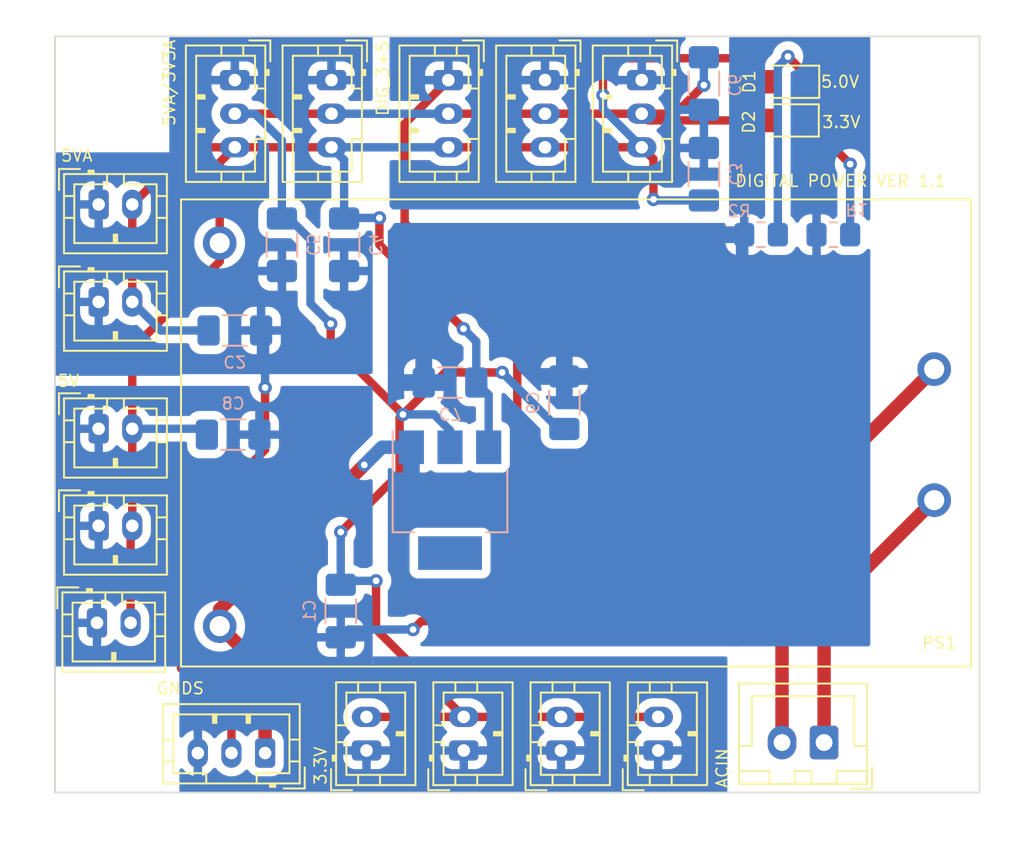
<source format=kicad_pcb>
(kicad_pcb (version 20221018) (generator pcbnew)
  (layers (0 "F.Cu" signal) (31 "B.Cu" signal) (34 "B.Paste" user) (35 "F.Paste" user) (36 "B.SilkS" user "B.Silkscreen") (37 "F.SilkS" user "F.Silkscreen") (38 "B.Mask" user) (39 "F.Mask" user) (44 "Edge.Cuts" user))
  (net 0 "")
  (net 1 "5V")
  (net 2 "VNEG")
  (net 3 "VIN")
  (net 4 "3V3")
  (net 5 "Net-(D1-K)")
  (net 6 "Net-(D2-K)")
  (net 7 "AGND")
  (net 8 "GND")
  (net 9 "PGND")
  (footprint "Connector_JST:JST_PH_B2B-PH-K_1x02_P2.00mm_Vertical" (layer "F.Cu") (at 132.5 104.9)
    (fp_text reference "DIG1" hide)
    (fp_text value "Conn_01x02_Male")
    (pad "1" thru_hole roundrect (at 0 0) (size 1.2 1.75) (drill 0.75) (layers "*.Cu" "*.Mask") (roundrect_rratio 0.2083333333) (net 8 "GND"))
    (pad "2" thru_hole oval (at 2 0) (size 1.2 1.75) (drill 0.75) (layers "*.Cu" "*.Mask") (net 1 "5V"))
  )
  (footprint "LED_SMD:LED_0805_2012Metric_Pad1.15x1.40mm_HandSolder" (layer "F.Cu") (at 173.575 75 180)
    (fp_text reference "D2" (at 2.3 -0.1 90 unlocked) (layer "F.SilkS") (effects (font (size 0.7 0.7) (thickness 0.1))))
    (fp_text value "WHITE")
    (pad "1" smd roundrect (at -1.025 0 180) (size 1.15 1.4) (layers "F.Cu" "F.Paste" "F.Mask") (roundrect_rratio 0.2173913043) (net 6 "Net-(D2-K)"))
    (pad "2" smd roundrect (at 1.025 0 180) (size 1.15 1.4) (layers "F.Cu" "F.Paste" "F.Mask") (roundrect_rratio 0.2173913043) (net 4 "3V3"))
  )
  (footprint "MountingHole:MountingHole_3.2mm_M3" (layer "F.Cu") (at 182.5 72.5)
    (fp_text reference "H1" hide)
    (fp_text value "MountingHole")
    (pad "" np_thru_hole circle (at 0 0) (size 3.2 3.2) (drill 3.2) (layers "*.Cu" "*.Mask"))
  )
  (footprint "MountingHole:MountingHole_3.2mm_M3" (layer "F.Cu") (at 132.5 112.5)
    (fp_text reference "H2" hide)
    (fp_text value "MountingHole")
    (pad "" np_thru_hole circle (at 0 0) (size 3.2 3.2) (drill 3.2) (layers "*.Cu" "*.Mask"))
  )
  (footprint "Connector_JST:JST_PH_B3B-PH-K_1x03_P2.00mm_Vertical" (layer "F.Cu") (at 153.4 72.6 -90)
    (fp_text reference "ANAL4" hide)
    (fp_text value "Conn_01x03_Male")
    (pad "1" thru_hole roundrect (at 0 0 270) (size 1.2 1.75) (drill 0.75) (layers "*.Cu" "*.Mask") (roundrect_rratio 0.2083333333) (net 8 "GND"))
    (pad "2" thru_hole oval (at 2 0 270) (size 1.2 1.75) (drill 0.75) (layers "*.Cu" "*.Mask") (net 4 "3V3"))
    (pad "3" thru_hole oval (at 4 0 270) (size 1.2 1.75) (drill 0.75) (layers "*.Cu" "*.Mask") (net 1 "5V"))
  )
  (footprint "Connector_JST:JST_PH_B3B-PH-K_1x03_P2.00mm_Vertical" (layer "F.Cu") (at 140.7 72.6 -90)
    (fp_text reference "ANAL3" hide)
    (fp_text value "Conn_01x03_Male")
    (pad "1" thru_hole roundrect (at 0 0 270) (size 1.2 1.75) (drill 0.75) (layers "*.Cu" "*.Mask") (roundrect_rratio 0.2083333333) (net 7 "AGND"))
    (pad "2" thru_hole oval (at 2 0 270) (size 1.2 1.75) (drill 0.75) (layers "*.Cu" "*.Mask") (net 4 "3V3"))
    (pad "3" thru_hole oval (at 4 0 270) (size 1.2 1.75) (drill 0.75) (layers "*.Cu" "*.Mask") (net 1 "5V"))
  )
  (footprint "Connector_JST:JST_PH_B2B-PH-K_1x02_P2.00mm_Vertical" (layer "F.Cu") (at 132.6 93.35)
    (fp_text reference "DIG5" hide)
    (fp_text value "Conn_01x02_Male")
    (pad "1" thru_hole roundrect (at 0 0) (size 1.2 1.75) (drill 0.75) (layers "*.Cu" "*.Mask") (roundrect_rratio 0.2083333333) (net 8 "GND"))
    (pad "2" thru_hole oval (at 2 0) (size 1.2 1.75) (drill 0.75) (layers "*.Cu" "*.Mask") (net 1 "5V"))
  )
  (footprint "Connector_JST:JST_PH_B2B-PH-K_1x02_P2.00mm_Vertical" (layer "F.Cu") (at 165.883334 112.5 90)
    (fp_text reference "DIG2" hide)
    (fp_text value "Conn_01x02_Male")
    (pad "1" thru_hole roundrect (at 0 0 90) (size 1.2 1.75) (drill 0.75) (layers "*.Cu" "*.Mask") (roundrect_rratio 0.2083333333) (net 8 "GND"))
    (pad "2" thru_hole oval (at 2 0 90) (size 1.2 1.75) (drill 0.75) (layers "*.Cu" "*.Mask") (net 4 "3V3"))
  )
  (footprint "Connector_JST:JST_PH_B3B-PH-K_1x03_P2.00mm_Vertical" (layer "F.Cu") (at 164.9 72.6 -90)
    (fp_text reference "ANAL7" hide)
    (fp_text value "Conn_01x03_Male")
    (pad "1" thru_hole roundrect (at 0 0 270) (size 1.2 1.75) (drill 0.75) (layers "*.Cu" "*.Mask") (roundrect_rratio 0.2083333333) (net 8 "GND"))
    (pad "2" thru_hole oval (at 2 0 270) (size 1.2 1.75) (drill 0.75) (layers "*.Cu" "*.Mask") (net 4 "3V3"))
    (pad "3" thru_hole oval (at 4 0 270) (size 1.2 1.75) (drill 0.75) (layers "*.Cu" "*.Mask") (net 1 "5V"))
  )
  (footprint "LED_SMD:LED_0805_2012Metric_Pad1.15x1.40mm_HandSolder" (layer "F.Cu") (at 173.6 72.7 180)
    (fp_text reference "D1" (at 2.3 0 90 unlocked) (layer "F.SilkS") (effects (font (size 0.7 0.7) (thickness 0.1))))
    (fp_text value "BLUE")
    (pad "1" smd roundrect (at -1.025 0 180) (size 1.15 1.4) (layers "F.Cu" "F.Paste" "F.Mask") (roundrect_rratio 0.2173913043) (net 5 "Net-(D1-K)"))
    (pad "2" smd roundrect (at 1.025 0 180) (size 1.15 1.4) (layers "F.Cu" "F.Paste" "F.Mask") (roundrect_rratio 0.2173913043) (net 1 "5V"))
  )
  (footprint "MountingHole:MountingHole_3.2mm_M3" (layer "F.Cu") (at 132.5 72.5)
    (fp_text reference "H4" hide)
    (fp_text value "MountingHole")
    (pad "" np_thru_hole circle (at 0 0) (size 3.2 3.2) (drill 3.2) (layers "*.Cu" "*.Mask"))
  )
  (footprint "Connector_JST:JST_PH_B3B-PH-K_1x03_P2.00mm_Vertical" (layer "F.Cu") (at 142.5 112.65 180)
    (fp_text reference "J2" hide)
    (fp_text value "Conn_01x03_Male")
    (pad "1" thru_hole roundrect (at 0 0 180) (size 1.2 1.75) (drill 0.75) (layers "*.Cu" "*.Mask") (roundrect_rratio 0.2083333333) (net 9 "PGND"))
    (pad "2" thru_hole oval (at 2 0 180) (size 1.2 1.75) (drill 0.75) (layers "*.Cu" "*.Mask") (net 7 "AGND"))
    (pad "3" thru_hole oval (at 4 0 180) (size 1.2 1.75) (drill 0.75) (layers "*.Cu" "*.Mask") (net 8 "GND"))
  )
  (footprint "Connector_JST:JST_PH_B3B-PH-K_1x03_P2.00mm_Vertical" (layer "F.Cu") (at 146.45 72.6 -90)
    (fp_text reference "ANAL2" hide)
    (fp_text value "Conn_01x03_Male")
    (pad "1" thru_hole roundrect (at 0 0 270) (size 1.2 1.75) (drill 0.75) (layers "*.Cu" "*.Mask") (roundrect_rratio 0.2083333333) (net 7 "AGND"))
    (pad "2" thru_hole oval (at 2 0 270) (size 1.2 1.75) (drill 0.75) (layers "*.Cu" "*.Mask") (net 4 "3V3"))
    (pad "3" thru_hole oval (at 4 0 270) (size 1.2 1.75) (drill 0.75) (layers "*.Cu" "*.Mask") (net 1 "5V"))
  )
  (footprint "Connector_JST:JST_PH_B2B-PH-K_1x02_P2.00mm_Vertical" (layer "F.Cu") (at 148.533334 112.5 90)
    (fp_text reference "DIG7" hide)
    (fp_text value "Conn_01x02_Male")
    (pad "1" thru_hole roundrect (at 0 0 90) (size 1.2 1.75) (drill 0.75) (layers "*.Cu" "*.Mask") (roundrect_rratio 0.2083333333) (net 8 "GND"))
    (pad "2" thru_hole oval (at 2 0 90) (size 1.2 1.75) (drill 0.75) (layers "*.Cu" "*.Mask") (net 4 "3V3"))
  )
  (footprint "Connector_JST:JST_PH_B2B-PH-K_1x02_P2.00mm_Vertical" (layer "F.Cu") (at 132.6 99.125)
    (fp_text reference "DIG3" hide)
    (fp_text value "Conn_01x02_Male")
    (pad "1" thru_hole roundrect (at 0 0) (size 1.2 1.75) (drill 0.75) (layers "*.Cu" "*.Mask") (roundrect_rratio 0.2083333333) (net 8 "GND"))
    (pad "2" thru_hole oval (at 2 0) (size 1.2 1.75) (drill 0.75) (layers "*.Cu" "*.Mask") (net 1 "5V"))
  )
  (footprint "Connector_JST:JST_PH_B2B-PH-K_1x02_P2.00mm_Vertical" (layer "F.Cu") (at 154.316667 112.5 90)
    (fp_text reference "DIG6" hide)
    (fp_text value "Conn_01x02_Male")
    (pad "1" thru_hole roundrect (at 0 0 90) (size 1.2 1.75) (drill 0.75) (layers "*.Cu" "*.Mask") (roundrect_rratio 0.2083333333) (net 8 "GND"))
    (pad "2" thru_hole oval (at 2 0 90) (size 1.2 1.75) (drill 0.75) (layers "*.Cu" "*.Mask") (net 4 "3V3"))
  )
  (footprint "Connector_JST:JST_PH_B2B-PH-K_1x02_P2.00mm_Vertical" (layer "F.Cu") (at 132.6 85.8)
    (fp_text reference "ANAL6" hide)
    (fp_text value "Conn_01x02_Male")
    (pad "1" thru_hole roundrect (at 0 0) (size 1.2 1.75) (drill 0.75) (layers "*.Cu" "*.Mask") (roundrect_rratio 0.2083333333) (net 7 "AGND"))
    (pad "2" thru_hole oval (at 2 0) (size 1.2 1.75) (drill 0.75) (layers "*.Cu" "*.Mask") (net 1 "5V"))
  )
  (footprint "Connector_JST:JST_XH_B2B-XH-A_1x02_P2.50mm_Vertical" (layer "F.Cu") (at 175.75 112.025 180)
    (fp_text reference "J1" hide)
    (fp_text value "Conn_01x02_Male" hide)
    (pad "1" thru_hole roundrect (at 0 0 180) (size 1.7 2) (drill 1) (layers "*.Cu" "*.Mask") (roundrect_rratio 0.1470588235) (net 3 "VIN"))
    (pad "2" thru_hole oval (at 2.5 0 180) (size 1.7 2) (drill 1) (layers "*.Cu" "*.Mask") (net 2 "VNEG"))
  )
  (footprint "Connector_JST:JST_PH_B3B-PH-K_1x03_P2.00mm_Vertical" (layer "F.Cu") (at 159.15 72.6 -90)
    (fp_text reference "ANAL5" hide)
    (fp_text value "Conn_01x03_Male")
    (pad "1" thru_hole roundrect (at 0 0 270) (size 1.2 1.75) (drill 0.75) (layers "*.Cu" "*.Mask") (roundrect_rratio 0.2083333333) (net 8 "GND"))
    (pad "2" thru_hole oval (at 2 0 270) (size 1.2 1.75) (drill 0.75) (layers "*.Cu" "*.Mask") (net 4 "3V3"))
    (pad "3" thru_hole oval (at 4 0 270) (size 1.2 1.75) (drill 0.75) (layers "*.Cu" "*.Mask") (net 1 "5V"))
  )
  (footprint "Connector_JST:JST_PH_B2B-PH-K_1x02_P2.00mm_Vertical" (layer "F.Cu") (at 132.6 80)
    (fp_text reference "ANAL1" hide)
    (fp_text value "Conn_01x02_Male")
    (pad "1" thru_hole roundrect (at 0 0) (size 1.2 1.75) (drill 0.75) (layers "*.Cu" "*.Mask") (roundrect_rratio 0.2083333333) (net 7 "AGND"))
    (pad "2" thru_hole oval (at 2 0) (size 1.2 1.75) (drill 0.75) (layers "*.Cu" "*.Mask") (net 1 "5V"))
  )
  (footprint "MountingHole:MountingHole_3.2mm_M3" (layer "F.Cu") (at 182.5 112.5)
    (fp_text reference "H3" hide)
    (fp_text value "MountingHole")
    (pad "" np_thru_hole circle (at 0 0) (size 3.2 3.2) (drill 3.2) (layers "*.Cu" "*.Mask"))
  )
  (footprint "Components:HLK-10M05" (layer "F.Cu") (at 160 95.4 180)
    (fp_text reference "PS1" (at -22.6 -10.7 unlocked) (layer "F.SilkS") (effects (font (size 0.7 0.7) (thickness 0.1))))
    (fp_text value "HLK-10M05")
    (pad "1" thru_hole circle (at -22.3 -2.2 180) (size 2 2) (drill 1.2) (layers "*.Cu" "*.Mask") (net 3 "VIN"))
    (pad "2" thru_hole circle (at -22.3 5.6 180) (size 2 2) (drill 1.2) (layers "*.Cu" "*.Mask") (net 2 "VNEG"))
    (pad "3" thru_hole circle (at 20.2 -9.7 180) (size 2 2) (drill 1.2) (layers "*.Cu" "*.Mask") (net 9 "PGND"))
    (pad "4" thru_hole circle (at 20.2 13.1 180) (size 2 2) (drill 1.2) (layers "*.Cu" "*.Mask") (net 1 "5V"))
  )
  (footprint "Connector_JST:JST_PH_B2B-PH-K_1x02_P2.00mm_Vertical" (layer "F.Cu") (at 160.1 112.5 90)
    (fp_text reference "DIG4" hide)
    (fp_text value "Conn_01x02_Male")
    (pad "1" thru_hole roundrect (at 0 0 90) (size 1.2 1.75) (drill 0.75) (layers "*.Cu" "*.Mask") (roundrect_rratio 0.2083333333) (net 8 "GND"))
    (pad "2" thru_hole oval (at 2 0 90) (size 1.2 1.75) (drill 0.75) (layers "*.Cu" "*.Mask") (net 4 "3V3"))
  )
  (footprint "Capacitor_SMD:C_1206_3216Metric_Pad1.33x1.80mm_HandSolder" (layer "B.Cu") (at 147.2 82.4 90)
    (fp_text reference "C4" (at 0 1.85 -90 unlocked) (layer "B.SilkS") (effects (font (size 0.7 0.7) (thickness 0.1)) (justify mirror)))
    (fp_text value "10u")
    (pad "1" smd roundrect (at -1.5625 0 90) (size 1.325 1.8) (layers "B.Cu" "B.Paste" "B.Mask") (roundrect_rratio 0.1886792453) (net 7 "AGND"))
    (pad "2" smd roundrect (at 1.5625 0 90) (size 1.325 1.8) (layers "B.Cu" "B.Paste" "B.Mask") (roundrect_rratio 0.1886792453) (net 1 "5V"))
  )
  (footprint "Package_TO_SOT_SMD:SOT-223" (layer "B.Cu") (at 153.5 97.6 -90)
    (fp_text reference "U1" hide)
    (fp_text value "AZ1117-3.3")
    (pad "1" smd rect (at -3.15 2.3 270) (size 2 1.5) (layers "B.Cu" "B.Paste" "B.Mask") (net 9 "PGND"))
    (pad "2" smd rect (at -3.15 0 270) (size 2 1.5) (layers "B.Cu" "B.Paste" "B.Mask") (net 4 "3V3"))
    (pad "3" smd rect (at -3.15 -2.3 270) (size 2 1.5) (layers "B.Cu" "B.Paste" "B.Mask") (net 1 "5V"))
    (pad "4" smd rect (at 3.15 0 270) (size 2 3.8) (layers "B.Cu" "B.Paste" "B.Mask"))
  )
  (footprint "Resistor_SMD:R_0805_2012Metric_Pad1.20x1.40mm_HandSolder" (layer "B.Cu") (at 176.3 81.8 180)
    (fp_text reference "R1" (at -1.4 1.5 180 unlocked) (layer "B.SilkS") (effects (font (size 0.7 0.7) (thickness 0.1)) (justify mirror)))
    (fp_text value "510R")
    (pad "1" smd roundrect (at -1 0 180) (size 1.2 1.4) (layers "B.Cu" "B.Paste" "B.Mask") (roundrect_rratio 0.2083333333) (net 6 "Net-(D2-K)"))
    (pad "2" smd roundrect (at 1 0 180) (size 1.2 1.4) (layers "B.Cu" "B.Paste" "B.Mask") (roundrect_rratio 0.2083333333) (net 9 "PGND"))
  )
  (footprint "Capacitor_SMD:C_1206_3216Metric_Pad1.33x1.80mm_HandSolder" (layer "B.Cu") (at 168.6 78.2 90)
    (fp_text reference "C3" (at 0 1.85 270 unlocked) (layer "B.SilkS") (effects (font (size 0.7 0.7) (thickness 0.1)) (justify mirror)))
    (fp_text value "10U")
    (pad "1" smd roundrect (at -1.5625 0 90) (size 1.325 1.8) (layers "B.Cu" "B.Paste" "B.Mask") (roundrect_rratio 0.1886792453) (net 1 "5V"))
    (pad "2" smd roundrect (at 1.5625 0 90) (size 1.325 1.8) (layers "B.Cu" "B.Paste" "B.Mask") (roundrect_rratio 0.1886792453) (net 8 "GND"))
  )
  (footprint "Capacitor_SMD:C_1206_3216Metric_Pad1.33x1.80mm_HandSolder" (layer "B.Cu") (at 153.5 90.6)
    (fp_text reference "C7" (at 0 1.85 180 unlocked) (layer "B.SilkS") (effects (font (size 0.7 0.7) (thickness 0.1)) (justify mirror)))
    (fp_text value "10u")
    (pad "1" smd roundrect (at -1.5625 0) (size 1.325 1.8) (layers "B.Cu" "B.Paste" "B.Mask") (roundrect_rratio 0.1886792453) (net 9 "PGND"))
    (pad "2" smd roundrect (at 1.5625 0) (size 1.325 1.8) (layers "B.Cu" "B.Paste" "B.Mask") (roundrect_rratio 0.1886792453) (net 1 "5V"))
  )
  (footprint "Capacitor_SMD:C_1206_3216Metric_Pad1.33x1.80mm_HandSolder" (layer "B.Cu") (at 168.6 72.8 -90)
    (fp_text reference "C6" (at 0.1 -1.8 -90 unlocked) (layer "B.SilkS") (effects (font (size 0.7 0.7) (thickness 0.1)) (justify mirror)))
    (fp_text value "10U")
    (pad "1" smd roundrect (at -1.5625 0 270) (size 1.325 1.8) (layers "B.Cu" "B.Paste" "B.Mask") (roundrect_rratio 0.1886792453) (net 4 "3V3"))
    (pad "2" smd roundrect (at 1.5625 0 270) (size 1.325 1.8) (layers "B.Cu" "B.Paste" "B.Mask") (roundrect_rratio 0.1886792453) (net 8 "GND"))
  )
  (footprint "Capacitor_SMD:C_1206_3216Metric_Pad1.33x1.80mm_HandSolder" (layer "B.Cu") (at 160.3 91.8 -90)
    (fp_text reference "C9" (at 0 1.85 -270 unlocked) (layer "B.SilkS") (effects (font (size 0.7 0.7) (thickness 0.1)) (justify mirror)))
    (fp_text value "10u")
    (pad "1" smd roundrect (at -1.5625 0 270) (size 1.325 1.8) (layers "B.Cu" "B.Paste" "B.Mask") (roundrect_rratio 0.1886792453) (net 9 "PGND"))
    (pad "2" smd roundrect (at 1.5625 0 270) (size 1.325 1.8) (layers "B.Cu" "B.Paste" "B.Mask") (roundrect_rratio 0.1886792453) (net 4 "3V3"))
  )
  (footprint "Capacitor_SMD:C_1206_3216Metric_Pad1.33x1.80mm_HandSolder" (layer "B.Cu") (at 140.6 93.7 180)
    (fp_text reference "C8" (at 0 1.85 unlocked) (layer "B.SilkS") (effects (font (size 0.7 0.7) (thickness 0.1)) (justify mirror)))
    (fp_text value "10u")
    (pad "1" smd roundrect (at -1.5625 0 180) (size 1.325 1.8) (layers "B.Cu" "B.Paste" "B.Mask") (roundrect_rratio 0.1886792453) (net 8 "GND"))
    (pad "2" smd roundrect (at 1.5625 0 180) (size 1.325 1.8) (layers "B.Cu" "B.Paste" "B.Mask") (roundrect_rratio 0.1886792453) (net 1 "5V"))
  )
  (footprint "Capacitor_SMD:C_1206_3216Metric_Pad1.33x1.80mm_HandSolder" (layer "B.Cu") (at 147 104.2 -90)
    (fp_text reference "C1" (at 0 1.85 90 unlocked) (layer "B.SilkS") (effects (font (size 0.7 0.7) (thickness 0.1)) (justify mirror)))
    (fp_text value "10U")
    (pad "1" smd roundrect (at -1.5625 0 270) (size 1.325 1.8) (layers "B.Cu" "B.Paste" "B.Mask") (roundrect_rratio 0.1886792453) (net 4 "3V3"))
    (pad "2" smd roundrect (at 1.5625 0 270) (size 1.325 1.8) (layers "B.Cu" "B.Paste" "B.Mask") (roundrect_rratio 0.1886792453) (net 8 "GND"))
  )
  (footprint "Capacitor_SMD:C_1206_3216Metric_Pad1.33x1.80mm_HandSolder" (layer "B.Cu") (at 143.5 82.4 90)
    (fp_text reference "C5" (at 0 1.85 -90 unlocked) (layer "B.SilkS") (effects (font (size 0.7 0.7) (thickness 0.1)) (justify mirror)))
    (fp_text value "10u")
    (pad "1" smd roundrect (at -1.5625 0 90) (size 1.325 1.8) (layers "B.Cu" "B.Paste" "B.Mask") (roundrect_rratio 0.1886792453) (net 7 "AGND"))
    (pad "2" smd roundrect (at 1.5625 0 90) (size 1.325 1.8) (layers "B.Cu" "B.Paste" "B.Mask") (roundrect_rratio 0.1886792453) (net 4 "3V3"))
  )
  (footprint "Capacitor_SMD:C_1206_3216Metric_Pad1.33x1.80mm_HandSolder" (layer "B.Cu") (at 140.7 87.5)
    (fp_text reference "C2" (at 0 1.85 180 unlocked) (layer "B.SilkS") (effects (font (size 0.7 0.7) (thickness 0.1)) (justify mirror)))
    (fp_text value "10U")
    (pad "1" smd roundrect (at -1.5625 0) (size 1.325 1.8) (layers "B.Cu" "B.Paste" "B.Mask") (roundrect_rratio 0.1886792453) (net 1 "5V"))
    (pad "2" smd roundrect (at 1.5625 0) (size 1.325 1.8) (layers "B.Cu" "B.Paste" "B.Mask") (roundrect_rratio 0.1886792453) (net 7 "AGND"))
  )
  (footprint "Resistor_SMD:R_0805_2012Metric_Pad1.20x1.40mm_HandSolder" (layer "B.Cu") (at 172 81.8 180)
    (fp_text reference "R2" (at 1.3 1.4 unlocked) (layer "B.SilkS") (effects (font (size 0.7 0.7) (thickness 0.1)) (justify mirror)))
    (fp_text value "750R")
    (pad "1" smd roundrect (at -1 0 180) (size 1.2 1.4) (layers "B.Cu" "B.Paste" "B.Mask") (roundrect_rratio 0.2083333333) (net 5 "Net-(D1-K)"))
    (pad "2" smd roundrect (at 1 0 180) (size 1.2 1.4) (layers "B.Cu" "B.Paste" "B.Mask") (roundrect_rratio 0.2083333333) (net 9 "PGND"))
  )
  (gr_line (start 132.5 115) (end 130 115) (stroke (width 0.1)) (layer "Edge.Cuts"))
  (gr_line (start 185 115) (end 132.5 115) (stroke (width 0.1)) (layer "Edge.Cuts"))
  (gr_line (start 132.5 70) (end 185 70) (stroke (width 0.1)) (layer "Edge.Cuts"))
  (gr_line (start 130 70) (end 132.5 70) (stroke (width 0.1)) (layer "Edge.Cuts"))
  (gr_line (start 130 70) (end 130 115) (stroke (width 0.1)) (layer "Edge.Cuts"))
  (gr_line (start 185 70) (end 185 115) (stroke (width 0.1)) (layer "Edge.Cuts"))
  (gr_text "5VA/3V3A" (at 136.8 75.4 90) (layer "F.SilkS") (effects (font (size 0.7 0.7) (thickness 0.1)) (justify left)))
  (gr_text "ACIN" (at 169.7 114.8 90) (layer "F.SilkS") (effects (font (size 0.7 0.7) (thickness 0.1)) (justify left)))
  (gr_text "3.3V\n" (at 145.8 114.6 90) (layer "F.SilkS") (effects (font (size 0.7 0.7) (thickness 0.1)) (justify left)))
  (gr_text "5.0V" (at 177.9 72.7) (layer "F.SilkS") (effects (font (size 0.7 0.7) (thickness 0.1)) (justify right)))
  (gr_text "DIGITAL POWER VER 1.1" (at 170.4 78.6) (layer "F.SilkS") (effects (font (size 0.7 0.7) (thickness 0.1)) (justify left)))
  (gr_text "3.3V" (at 177.975 75.1) (layer "F.SilkS") (effects (font (size 0.7 0.7) (thickness 0.1)) (justify right)))
  (gr_text "5V" (at 130.1 90.5) (layer "F.SilkS") (effects (font (size 0.7 0.7) (thickness 0.1)) (justify left)))
  (gr_text "GNDS\n" (at 136 108.8) (layer "F.SilkS") (effects (font (size 0.7 0.7) (thickness 0.1)) (justify left)))
  (gr_text "DIG_3+5" (at 149.5 70.2 90) (layer "F.SilkS") (effects (font (size 0.7 0.7) (thickness 0.1)) (justify right)))
  (gr_text "5VA" (at 130.3 77.1) (layer "F.SilkS") (effects (font (size 0.7 0.7) (thickness 0.1)) (justify left)))
  (segment (start 165.6 77.3) (end 164.9 76.6) (width 0.5) (layer "F.Cu") (net 1))
  (segment (start 163 71.3) (end 162.6 71.7) (width 0.5) (layer "F.Cu") (net 1))
  (segment (start 139.8 82.3) (end 139.8 83.4) (width 0.5) (layer "F.Cu") (net 1))
  (segment (start 165.6 79.7) (end 165.6 77.3) (width 0.5) (layer "F.Cu") (net 1))
  (segment (start 134.6 85.8) (end 134.6 80) (width 0.5) (layer "F.Cu") (net 1))
  (segment (start 139.8 77.5) (end 139.8 82.3) (width 0.5) (layer "F.Cu") (net 1))
  (segment (start 149.3 82.4) (end 149.3 80.8) (width 0.5) (layer "F.Cu") (net 1))
  (segment (start 138 76.6) (end 140.7 76.6) (width 0.5) (layer "F.Cu") (net 1))
  (segment (start 134.5 99.225) (end 134.6 99.125) (width 0.5) (layer "F.Cu") (net 1))
  (segment (start 154.3 87.4) (end 149.3 82.4) (width 0.5) (layer "F.Cu") (net 1))
  (segment (start 140.7 76.6) (end 139.8 77.5) (width 0.5) (layer "F.Cu") (net 1))
  (segment (start 172.575 72.7) (end 171.175 71.3) (width 0.5) (layer "F.Cu") (net 1))
  (segment (start 134.6 80) (end 138 76.6) (width 0.5) (layer "F.Cu") (net 1))
  (segment (start 153.4 76.6) (end 159.15 76.6) (width 0.5) (layer "F.Cu") (net 1))
  (segment (start 134.5 104.9) (end 134.5 99.225) (width 0.5) (layer "F.Cu") (net 1))
  (segment (start 140.7 76.6) (end 146.45 76.6) (width 0.5) (layer "F.Cu") (net 1))
  (segment (start 134.6 99.125) (end 134.6 93.35) (width 0.5) (layer "F.Cu") (net 1))
  (segment (start 159.15 76.6) (end 164.9 76.6) (width 0.5) (layer "F.Cu") (net 1))
  (segment (start 171.175 71.3) (end 163 71.3) (width 0.5) (layer "F.Cu") (net 1))
  (segment (start 139.8 83.4) (end 134.6 88.6) (width 0.5) (layer "F.Cu") (net 1))
  (segment (start 134.6 88.6) (end 134.6 93.35) (width 0.5) (layer "F.Cu") (net 1))
  (segment (start 162.6 71.7) (end 162.6 73.5) (width 0.5) (layer "F.Cu") (net 1))
  (via (at 154.3 87.4) (size 0.8) (drill 0.4) (layers "F.Cu" "B.Cu") (net 1))
  (via (at 165.6 79.7) (size 0.8) (drill 0.4) (layers "F.Cu" "B.Cu") (net 1))
  (via (at 162.6 73.5) (size 0.8) (drill 0.4) (layers "F.Cu" "B.Cu") (net 1))
  (via (at 149.3 80.8) (size 0.8) (drill 0.4) (layers "F.Cu" "B.Cu") (net 1))
  (segment (start 147.2375 80.8) (end 147.2 80.8375) (width 0.5) (layer "B.Cu") (net 1))
  (segment (start 155.8 94.45) (end 155.8 91.3375) (width 0.5) (layer "B.Cu") (net 1))
  (segment (start 153.4 76.6) (end 146.45 76.6) (width 0.5) (layer "B.Cu") (net 1))
  (segment (start 139.0375 87.6) (end 139.1375 87.5) (width 0.5) (layer "B.Cu") (net 1))
  (segment (start 165.6625 79.7625) (end 165.6 79.7) (width 0.5) (layer "B.Cu") (net 1))
  (segment (start 136.3 87.5) (end 134.6 85.8) (width 0.5) (layer "B.Cu") (net 1))
  (segment (start 139.1375 87.5) (end 136.3 87.5) (width 0.5) (layer "B.Cu") (net 1))
  (segment (start 155.8 91.3375) (end 155.0625 90.6) (width 0.5) (layer "B.Cu") (net 1))
  (segment (start 147.2 80.8375) (end 147.2 77.35) (width 0.5) (layer "B.Cu") (net 1))
  (segment (start 155.0625 90.6) (end 155.0625 88.1625) (width 0.5) (layer "B.Cu") (net 1))
  (segment (start 168.6 79.7625) (end 165.6625 79.7625) (width 0.5) (layer "B.Cu") (net 1))
  (segment (start 147.2 77.35) (end 146.45 76.6) (width 0.5) (layer "B.Cu") (net 1))
  (segment (start 155.0625 88.1625) (end 154.3 87.4) (width 0.5) (layer "B.Cu") (net 1))
  (segment (start 134.6 93.35) (end 138.6875 93.35) (width 0.5) (layer "B.Cu") (net 1))
  (segment (start 162.6 74.3) (end 162.6 73.5) (width 0.5) (layer "B.Cu") (net 1))
  (segment (start 164.9 76.6) (end 162.6 74.3) (width 0.5) (layer "B.Cu") (net 1))
  (segment (start 138.6875 93.35) (end 139.0375 93.7) (width 0.5) (layer "B.Cu") (net 1))
  (segment (start 149.3 80.8) (end 147.2375 80.8) (width 0.5) (layer "B.Cu") (net 1))
  (segment (start 173.25 98.85) (end 173.25 112.025) (width 0.8) (layer "F.Cu") (net 2))
  (segment (start 182.3 89.8) (end 173.25 98.85) (width 0.8) (layer "F.Cu") (net 2))
  (segment (start 175.75 104.15) (end 182.3 97.6) (width 0.8) (layer "F.Cu") (net 3))
  (segment (start 175.75 112.025) (end 175.75 104.15) (width 0.8) (layer "F.Cu") (net 3))
  (segment (start 154.316667 110.5) (end 149.1 105.283333) (width 0.5) (layer "F.Cu") (net 4))
  (segment (start 159.15 74.6) (end 153.4 74.6) (width 0.5) (layer "F.Cu") (net 4))
  (segment (start 150.5 92.7) (end 150.7 92.5) (width 0.5) (layer "F.Cu") (net 4))
  (segment (start 147 99.5) (end 150.4 96.1) (width 0.5) (layer "F.Cu") (net 4))
  (segment (start 140.7 74.6) (end 146.45 74.6) (width 0.5) (layer "F.Cu") (net 4))
  (segment (start 165.3 75) (end 164.9 74.6) (width 0.5) (layer "F.Cu") (net 4))
  (segment (start 164.9 74.6) (end 166.9 74.6) (width 0.5) (layer "F.Cu") (net 4))
  (segment (start 146.4 88.2) (end 150.7 92.5) (width 0.5) (layer "F.Cu") (net 4))
  (segment (start 165.883334 110.5) (end 160.1 110.5) (width 0.5) (layer "F.Cu") (net 4))
  (segment (start 160.1 110.5) (end 154.316667 110.5) (width 0.5) (layer "F.Cu") (net 4))
  (segment (start 166.9 74.6) (end 168.6 72.9) (width 0.5) (layer "F.Cu") (net 4))
  (segment (start 150.4 96.1) (end 150.5 96.1) (width 0.5) (layer "F.Cu") (net 4))
  (segment (start 150.5 96.1) (end 150.5 92.7) (width 0.5) (layer "F.Cu") (net 4))
  (segment (start 164.9 74.6) (end 159.15 74.6) (width 0.5) (layer "F.Cu") (net 4))
  (segment (start 146.4 87.1) (end 146.4 88.2) (width 0.5) (layer "F.Cu") (net 4))
  (segment (start 154.316667 110.5) (end 148.533334 110.5) (width 0.5) (layer "F.Cu") (net 4))
  (segment (start 156.6 90) (end 153.2 90) (width 0.5) (layer "F.Cu") (net 4))
  (segment (start 153.2 90) (end 150.7 92.5) (width 0.5) (layer "F.Cu") (net 4))
  (segment (start 149.1 105.283333) (end 149.1 102.4) (width 0.5) (layer "F.Cu") (net 4))
  (segment (start 172.55 75) (end 165.3 75) (width 0.5) (layer "F.Cu") (net 4))
  (via (at 146.4 87.1) (size 0.8) (drill 0.4) (layers "F.Cu" "B.Cu") (net 4))
  (via (at 150.7 92.5) (size 0.8) (drill 0.4) (layers "F.Cu" "B.Cu") (net 4))
  (via (at 147 99.5) (size 0.8) (drill 0.4) (layers "F.Cu" "B.Cu") (net 4))
  (via (at 149.1 102.4) (size 0.8) (drill 0.4) (layers "F.Cu" "B.Cu") (net 4))
  (via (at 168.6 72.9) (size 0.8) (drill 0.4) (layers "F.Cu" "B.Cu") (net 4))
  (via (at 156.6 90) (size 0.8) (drill 0.4) (layers "F.Cu" "B.Cu") (net 4))
  (segment (start 153.5 93.45) (end 153.5 94.45) (width 0.5) (layer "B.Cu") (net 4))
  (segment (start 168.6 72.9) (end 168.6 71.2375) (width 0.5) (layer "B.Cu") (net 4))
  (segment (start 152.55 92.5) (end 153.5 93.45) (width 0.5) (layer "B.Cu") (net 4))
  (segment (start 147.2375 102.4) (end 147 102.6375) (width 0.5) (layer "B.Cu") (net 4))
  (segment (start 141.9 74.6) (end 140.7 74.6) (width 0.5) (layer "B.Cu") (net 4))
  (segment (start 143.5 76.2) (end 141.9 74.6) (width 0.5) (layer "B.Cu") (net 4))
  (segment (start 143.5 80.8375) (end 143.9375 80.8375) (width 0.5) (layer "B.Cu") (net 4))
  (segment (start 159.9625 93.3625) (end 156.6 90) (width 0.5) (layer "B.Cu") (net 4))
  (segment (start 147 100.9) (end 147 99.5) (width 0.5) (layer "B.Cu") (net 4))
  (segment (start 145.2 85.9) (end 146.4 87.1) (width 0.5) (layer "B.Cu") (net 4))
  (segment (start 145.2 82.1) (end 145.2 85.9) (width 0.5) (layer "B.Cu") (net 4))
  (segment (start 143.9375 80.8375) (end 145.2 82.1) (width 0.5) (layer "B.Cu") (net 4))
  (segment (start 149.1 102.4) (end 147.2375 102.4) (width 0.5) (layer "B.Cu") (net 4))
  (segment (start 160.3 93.3625) (end 159.9625 93.3625) (width 0.5) (layer "B.Cu") (net 4))
  (segment (start 143.5 80.8375) (end 143.5 76.2) (width 0.5) (layer "B.Cu") (net 4))
  (segment (start 147 102.6375) (end 147 100.9) (width 0.5) (layer "B.Cu") (net 4))
  (segment (start 153.4 74.6) (end 146.45 74.6) (width 0.5) (layer "B.Cu") (net 4))
  (segment (start 150.7 92.5) (end 152.55 92.5) (width 0.5) (layer "B.Cu") (net 4))
  (segment (start 174.625 72.225) (end 173.6 71.2) (width 0.5) (layer "F.Cu") (net 5))
  (segment (start 174.625 72.7) (end 174.625 72.225) (width 0.5) (layer "F.Cu") (net 5))
  (via (at 173.6 71.2) (size 0.8) (drill 0.4) (layers "F.Cu" "B.Cu") (net 5))
  (segment (start 173 71.8) (end 173 81.8) (width 0.5) (layer "B.Cu") (net 5))
  (segment (start 173.6 71.2) (end 173 71.8) (width 0.5) (layer "B.Cu") (net 5))
  (segment (start 174.7 75) (end 177.3 77.6) (width 0.5) (layer "F.Cu") (net 6))
  (segment (start 174.6 75) (end 174.7 75) (width 0.5) (layer "F.Cu") (net 6))
  (via (at 177.3 77.6) (size 0.8) (drill 0.4) (layers "F.Cu" "B.Cu") (net 6))
  (segment (start 177.3 77.6) (end 177.3 81.8) (width 0.5) (layer "B.Cu") (net 6))
  (segment (start 137.5 107.6) (end 137.5 99.6) (width 0.5) (layer "F.Cu") (net 7))
  (segment (start 137.6 99.5) (end 142.5 94.6) (width 0.5) (layer "F.Cu") (net 7))
  (segment (start 138.2 108.2) (end 137.6 107.6) (width 0.5) (layer "F.Cu") (net 7))
  (segment (start 140.5 110.5) (end 138.2 108.2) (width 0.5) (layer "F.Cu") (net 7))
  (segment (start 142.5 94.6) (end 142.5 90.9) (width 0.5) (layer "F.Cu") (net 7))
  (segment (start 137.6 107.6) (end 137.5 107.6) (width 0.5) (layer "F.Cu") (net 7))
  (segment (start 137.5 99.6) (end 137.6 99.5) (width 0.5) (layer "F.Cu") (net 7))
  (segment (start 140.5 112.65) (end 140.5 110.5) (width 0.5) (layer "F.Cu") (net 7))
  (via (at 142.5 90.9) (size 0.8) (drill 0.4) (layers "F.Cu" "B.Cu") (net 7))
  (segment (start 142.5 90.9) (end 142.5 87.7375) (width 0.5) (layer "B.Cu") (net 7))
  (segment (start 142.5 87.7375) (end 142.2625 87.5) (width 0.5) (layer "B.Cu") (net 7))
  (segment (start 157.2 104.8) (end 151.8 104.8) (width 0.5) (layer "F.Cu") (net 8))
  (segment (start 150.8 81.1) (end 157.5 87.8) (width 0.5) (layer "F.Cu") (net 8))
  (segment (start 150.8 75.2) (end 150.8 77.3) (width 0.5) (layer "F.Cu") (net 8))
  (segment (start 153.4 72.6) (end 150.8 75.2) (width 0.5) (layer "F.Cu") (net 8))
  (segment (start 150.8 77.3) (end 150.8 81.1) (width 0.5) (layer "F.Cu") (net 8))
  (segment (start 157.5 104.5) (end 157.2 104.8) (width 0.5) (layer "F.Cu") (net 8))
  (segment (start 157.5 87.8) (end 157.5 104.5) (width 0.5) (layer "F.Cu") (net 8))
  (segment (start 151.8 104.8) (end 151.3 105.3) (width 0.5) (layer "F.Cu") (net 8))
  (via (at 151.3 105.3) (size 0.8) (drill 0.4) (layers "F.Cu" "B.Cu") (net 8))
  (segment (start 147.4625 105.3) (end 147 105.7625) (width 0.5) (layer "B.Cu") (net 8))
  (segment (start 151.3 105.3) (end 147.4625 105.3) (width 0.5) (layer "B.Cu") (net 8))
  (segment (start 148.4 95.5) (end 139.8 104.1) (width 0.8) (layer "F.Cu") (net 9))
  (segment (start 139.8 104.1) (end 139.8 105.1) (width 0.8) (layer "F.Cu") (net 9))
  (segment (start 142.5 112.65) (end 142.5 107.8) (width 0.8) (layer "F.Cu") (net 9))
  (segment (start 142.5 107.8) (end 139.8 105.1) (width 0.8) (layer "F.Cu") (net 9))
  (via (at 148.4 95.5) (size 0.8) (drill 0.4) (layers "F.Cu" "B.Cu") (net 9))
  (segment (start 149.45 94.45) (end 148.4 95.5) (width 0.8) (layer "B.Cu") (net 9))
  (segment (start 151.2 94.45) (end 149.45 94.45) (width 0.8) (layer "B.Cu") (net 9))
  (zone (net 8) (net_name "GND") (layer "B.Cu") (connect_pads (clearance 0.508)) (min_thickness 0.254) (fill yes (thermal_gap 0.508) (thermal_bridge_width 0.508))
    (polygon (pts (xy 169.5 80.3) (xy 149.9 80.3) (xy 149.9 69.6) (xy 169.5 69.6)))
  )
  (zone (net 9) (net_name "PGND") (layer "B.Cu") (connect_pads (clearance 0.508)) (min_thickness 0.254) (fill yes (thermal_gap 0.508) (thermal_bridge_width 0.508))
    (polygon (pts (xy 178.5 106.3) (xy 170.1 106.3) (xy 170.1 69.5) (xy 178.5 69.5)))
  )
  (zone (net 8) (net_name "GND") (layer "B.Cu") (connect_pads (clearance 0.508)) (min_thickness 0.254) (fill yes (thermal_gap 0.508) (thermal_bridge_width 0.508))
    (polygon (pts (xy 170 115.4) (xy 137.4 115.4) (xy 137.4 106.9) (xy 170 106.9)))
  )
  (zone (net 7) (net_name "AGND") (layer "B.Cu") (priority 1) (connect_pads (clearance 0.508)) (min_thickness 0.254) (fill yes (thermal_gap 0.508) (thermal_bridge_width 0.508))
    (polygon (pts (xy 148.9 90.1) (xy 136.8 90.1) (xy 136.8 69.6) (xy 148.9 69.6)))
  )
  (zone (net 7) (net_name "AGND") (layer "B.Cu") (priority 2) (connect_pads (clearance 0.508)) (min_thickness 0.25) (fill yes (thermal_gap 0.5) (thermal_bridge_width 0.5))
    (polygon (pts (xy 130 76.9) (xy 137.5 76.9) (xy 137.5 90.2) (xy 136.3 90.2) (xy 129.5 90.2) (xy 129.5 77.4)))
  )
  (zone (net 9) (net_name "PGND") (layer "B.Cu") (connect_pads (clearance 0.508)) (min_thickness 0.25) (fill yes (thermal_gap 0.508) (thermal_bridge_width 1))
    (polygon (pts (xy 170.8 106.3) (xy 149.8 106.3) (xy 149.8 81.1) (xy 170.8 81.1)))
  )
  (zone (net 8) (net_name "GND") (layer "B.Cu") (priority 3) (connect_pads (clearance 0.508)) (min_thickness 0.25) (fill yes (thermal_gap 0.5) (thermal_bridge_width 0.5))
    (polygon (pts (xy 129.6 90.8) (xy 148.9 90.8) (xy 148.9 107.5) (xy 129.5 107.5) (xy 129.1 107.1) (xy 129.1 91.3)))
  )
)
</source>
